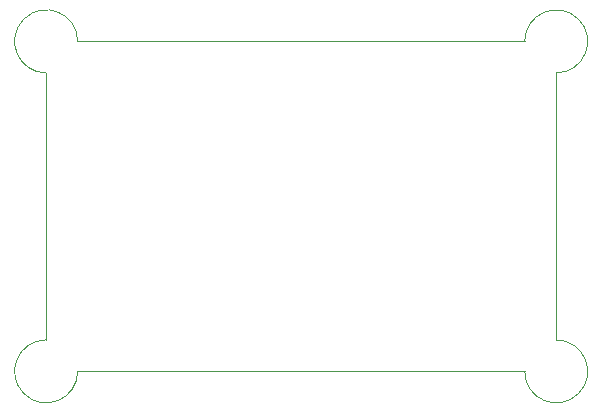
<source format=gm1>
%TF.GenerationSoftware,KiCad,Pcbnew,9.0.5*%
%TF.CreationDate,2025-11-09T03:03:21+02:00*%
%TF.ProjectId,Project 4 MCU Datalogger,50726f6a-6563-4742-9034-204d43552044,1*%
%TF.SameCoordinates,Original*%
%TF.FileFunction,Profile,NP*%
%FSLAX46Y46*%
G04 Gerber Fmt 4.6, Leading zero omitted, Abs format (unit mm)*
G04 Created by KiCad (PCBNEW 9.0.5) date 2025-11-09 03:03:21*
%MOMM*%
%LPD*%
G01*
G04 APERTURE LIST*
%TA.AperFunction,Profile*%
%ADD10C,0.050000*%
%TD*%
G04 APERTURE END LIST*
D10*
X103505000Y-79505022D02*
G75*
G02*
X106175022Y-76835000I0J2670022D01*
G01*
X144018000Y-76835000D02*
G75*
G02*
X146685000Y-79502000I2667000J0D01*
G01*
X146685000Y-102108000D02*
X146685000Y-79502000D01*
X103505000Y-79505022D02*
X103505000Y-102108000D01*
X144018000Y-76835000D02*
X106172000Y-76835000D01*
X106172000Y-104775000D02*
X144018000Y-104775000D01*
X106172000Y-104775000D02*
G75*
G02*
X103505000Y-102108000I-2667000J0D01*
G01*
X146685000Y-102108000D02*
G75*
G02*
X144018000Y-104775000I0J-2667000D01*
G01*
M02*

</source>
